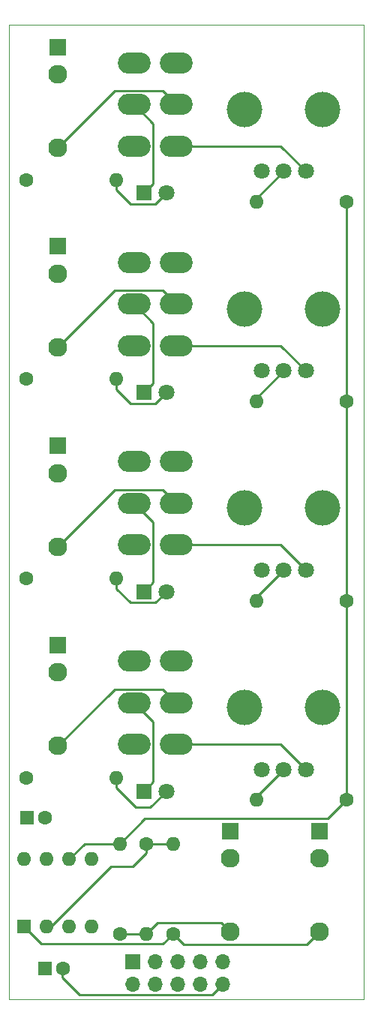
<source format=gtl>
G04 #@! TF.GenerationSoftware,KiCad,Pcbnew,(6.0.1)*
G04 #@! TF.CreationDate,2022-09-12T17:39:58+02:00*
G04 #@! TF.ProjectId,Basic-DC-mixer,42617369-632d-4444-932d-6d697865722e,rev?*
G04 #@! TF.SameCoordinates,Original*
G04 #@! TF.FileFunction,Copper,L1,Top*
G04 #@! TF.FilePolarity,Positive*
%FSLAX46Y46*%
G04 Gerber Fmt 4.6, Leading zero omitted, Abs format (unit mm)*
G04 Created by KiCad (PCBNEW (6.0.1)) date 2022-09-12 17:39:58*
%MOMM*%
%LPD*%
G01*
G04 APERTURE LIST*
G04 #@! TA.AperFunction,Profile*
%ADD10C,0.050000*%
G04 #@! TD*
G04 #@! TA.AperFunction,WasherPad*
%ADD11C,4.000000*%
G04 #@! TD*
G04 #@! TA.AperFunction,ComponentPad*
%ADD12C,1.800000*%
G04 #@! TD*
G04 #@! TA.AperFunction,ComponentPad*
%ADD13R,1.600000X1.600000*%
G04 #@! TD*
G04 #@! TA.AperFunction,ComponentPad*
%ADD14C,1.600000*%
G04 #@! TD*
G04 #@! TA.AperFunction,ComponentPad*
%ADD15O,3.700000X2.400000*%
G04 #@! TD*
G04 #@! TA.AperFunction,ComponentPad*
%ADD16O,1.600000X1.600000*%
G04 #@! TD*
G04 #@! TA.AperFunction,ComponentPad*
%ADD17R,1.800000X1.800000*%
G04 #@! TD*
G04 #@! TA.AperFunction,ComponentPad*
%ADD18R,1.930000X1.830000*%
G04 #@! TD*
G04 #@! TA.AperFunction,ComponentPad*
%ADD19C,2.130000*%
G04 #@! TD*
G04 #@! TA.AperFunction,ComponentPad*
%ADD20R,1.700000X1.700000*%
G04 #@! TD*
G04 #@! TA.AperFunction,ComponentPad*
%ADD21O,1.700000X1.700000*%
G04 #@! TD*
G04 #@! TA.AperFunction,Conductor*
%ADD22C,0.250000*%
G04 #@! TD*
G04 APERTURE END LIST*
D10*
X69999999Y-31000000D02*
X70000000Y-141000000D01*
X30000000Y-31000000D02*
X30000000Y-141000000D01*
X30000000Y-31000000D02*
X69999999Y-31000000D01*
X30000000Y-141000000D02*
X70000000Y-141000000D01*
D11*
X65400000Y-85550000D03*
X56600000Y-85550000D03*
D12*
X63500000Y-92550000D03*
X61000000Y-92550000D03*
X58500000Y-92550000D03*
D11*
X65400000Y-108050000D03*
X56600000Y-108050000D03*
D12*
X63500000Y-115050000D03*
X61000000Y-115050000D03*
X58500000Y-115050000D03*
D13*
X32044888Y-120500000D03*
D14*
X34044888Y-120500000D03*
D15*
X44100000Y-102800000D03*
X44100000Y-107500000D03*
X44100000Y-112200000D03*
X48900000Y-102800000D03*
X48900000Y-107500000D03*
X48900000Y-112200000D03*
D14*
X42500000Y-133580000D03*
D16*
X42500000Y-123420000D03*
D17*
X45225000Y-72500000D03*
D12*
X47765000Y-72500000D03*
D14*
X68080000Y-118500000D03*
D16*
X57920000Y-118500000D03*
D14*
X68080000Y-96000000D03*
D16*
X57920000Y-96000000D03*
D11*
X65400000Y-63050000D03*
X56600000Y-63050000D03*
D12*
X63500000Y-70050000D03*
X61000000Y-70050000D03*
X58500000Y-70050000D03*
D14*
X31920000Y-48500000D03*
D16*
X42080000Y-48500000D03*
D14*
X31920000Y-116000000D03*
D16*
X42080000Y-116000000D03*
D17*
X45225000Y-95000000D03*
D12*
X47765000Y-95000000D03*
D18*
X55000000Y-122000000D03*
D19*
X55000000Y-133400000D03*
X55000000Y-125100000D03*
D14*
X31920000Y-71000000D03*
D16*
X42080000Y-71000000D03*
D18*
X35500000Y-101000000D03*
D19*
X35500000Y-112400000D03*
X35500000Y-104100000D03*
D14*
X48500000Y-133580000D03*
D16*
X48500000Y-123420000D03*
D15*
X44100000Y-35300000D03*
X44100000Y-40000000D03*
X44100000Y-44700000D03*
X48900000Y-35300000D03*
X48900000Y-40000000D03*
X48900000Y-44700000D03*
D11*
X56600000Y-40550000D03*
X65400000Y-40550000D03*
D12*
X63500000Y-47550000D03*
X61000000Y-47550000D03*
X58500000Y-47550000D03*
D14*
X31920000Y-93500000D03*
D16*
X42080000Y-93500000D03*
D17*
X45225000Y-117500000D03*
D12*
X47765000Y-117500000D03*
D14*
X68080000Y-73500000D03*
D16*
X57920000Y-73500000D03*
D14*
X68080000Y-51000000D03*
D16*
X57920000Y-51000000D03*
D18*
X35500000Y-56000000D03*
D19*
X35500000Y-67400000D03*
X35500000Y-59100000D03*
D15*
X44100000Y-80300000D03*
X44100000Y-85000000D03*
X44100000Y-89700000D03*
X48900000Y-80300000D03*
X48900000Y-85000000D03*
X48900000Y-89700000D03*
X44100000Y-57800000D03*
X44100000Y-62500000D03*
X44100000Y-67200000D03*
X48900000Y-57800000D03*
X48900000Y-62500000D03*
X48900000Y-67200000D03*
D18*
X35500000Y-33500000D03*
D19*
X35500000Y-44900000D03*
X35500000Y-36600000D03*
D14*
X45500000Y-123420000D03*
D16*
X45500000Y-133580000D03*
D17*
X45225000Y-50000000D03*
D12*
X47765000Y-50000000D03*
D13*
X34044888Y-137500000D03*
D14*
X36044888Y-137500000D03*
D18*
X35500000Y-78500000D03*
D19*
X35500000Y-89900000D03*
X35500000Y-81600000D03*
D13*
X31700000Y-132800000D03*
D16*
X34240000Y-132800000D03*
X36780000Y-132800000D03*
X39320000Y-132800000D03*
X39320000Y-125180000D03*
X36780000Y-125180000D03*
X34240000Y-125180000D03*
X31700000Y-125180000D03*
D18*
X65000000Y-122000000D03*
D19*
X65000000Y-133400000D03*
X65000000Y-125100000D03*
D20*
X43925000Y-136725000D03*
D21*
X43925000Y-139265000D03*
X46465000Y-136725000D03*
X46465000Y-139265000D03*
X49005000Y-136725000D03*
X49005000Y-139265000D03*
X51545000Y-136725000D03*
X51545000Y-139265000D03*
X54085000Y-136725000D03*
X54085000Y-139265000D03*
D22*
X36000000Y-137544888D02*
X36044888Y-137500000D01*
X36000000Y-138500000D02*
X36000000Y-137544888D01*
X37939511Y-140439511D02*
X36000000Y-138500000D01*
X54085000Y-139265000D02*
X52910489Y-140439511D01*
X52910489Y-140439511D02*
X37939511Y-140439511D01*
X44100000Y-85000000D02*
X46274520Y-87174520D01*
X46274520Y-93950480D02*
X45225000Y-95000000D01*
X46274520Y-87174520D02*
X46274520Y-93950480D01*
X42080000Y-94631370D02*
X43673141Y-96224511D01*
X43673141Y-96224511D02*
X46540489Y-96224511D01*
X46540489Y-96224511D02*
X47765000Y-95000000D01*
X42080000Y-93500000D02*
X42080000Y-94631370D01*
X46745000Y-132335000D02*
X45500000Y-133580000D01*
X45500000Y-133580000D02*
X42500000Y-133580000D01*
X55000000Y-133400000D02*
X53935000Y-132335000D01*
X53935000Y-132335000D02*
X46745000Y-132335000D01*
X47375480Y-105975480D02*
X41924520Y-105975480D01*
X48900000Y-107500000D02*
X47375480Y-105975480D01*
X41924520Y-105975480D02*
X35500000Y-112400000D01*
X68080000Y-73500000D02*
X68080000Y-96000000D01*
X68080000Y-118500000D02*
X66000000Y-120580000D01*
X68080000Y-51000000D02*
X68080000Y-73500000D01*
X68080000Y-96000000D02*
X68080000Y-118500000D01*
X36780000Y-125180000D02*
X38540000Y-123420000D01*
X38540000Y-123420000D02*
X42500000Y-123420000D01*
X45340000Y-120580000D02*
X42500000Y-123420000D01*
X66000000Y-120580000D02*
X45340000Y-120580000D01*
X61000000Y-47550000D02*
X57920000Y-50630000D01*
X57920000Y-50630000D02*
X57920000Y-51000000D01*
X57920000Y-73130000D02*
X57920000Y-73500000D01*
X61000000Y-70050000D02*
X57920000Y-73130000D01*
X44000000Y-126000000D02*
X45500000Y-124500000D01*
X45500000Y-124500000D02*
X45500000Y-123420000D01*
X34240000Y-132800000D02*
X34710300Y-132800000D01*
X41510300Y-126000000D02*
X44000000Y-126000000D01*
X48500000Y-123420000D02*
X45500000Y-123420000D01*
X34710300Y-132800000D02*
X41510300Y-126000000D01*
X57920000Y-95630000D02*
X57920000Y-96000000D01*
X61000000Y-92550000D02*
X57920000Y-95630000D01*
X61000000Y-115050000D02*
X57920000Y-118130000D01*
X57920000Y-118130000D02*
X57920000Y-118500000D01*
X46274520Y-42174520D02*
X44100000Y-40000000D01*
X45225000Y-50000000D02*
X46274520Y-48950480D01*
X46274520Y-48950480D02*
X46274520Y-42174520D01*
X42080000Y-48500000D02*
X42080000Y-49631370D01*
X43673141Y-51224511D02*
X46540489Y-51224511D01*
X42080000Y-49631370D02*
X43673141Y-51224511D01*
X46540489Y-51224511D02*
X47765000Y-50000000D01*
X46274520Y-71450480D02*
X46274520Y-64674520D01*
X45225000Y-72500000D02*
X46274520Y-71450480D01*
X46274520Y-64674520D02*
X44100000Y-62500000D01*
X46540489Y-73724511D02*
X43673141Y-73724511D01*
X47765000Y-72500000D02*
X46540489Y-73724511D01*
X43673141Y-73724511D02*
X42080000Y-72131370D01*
X42080000Y-72131370D02*
X42080000Y-71000000D01*
X46274520Y-116450480D02*
X45225000Y-117500000D01*
X44100000Y-107500000D02*
X46274520Y-109674520D01*
X46274520Y-109674520D02*
X46274520Y-116450480D01*
X48900000Y-40000000D02*
X47375480Y-38475480D01*
X47375480Y-38475480D02*
X41924520Y-38475480D01*
X41924520Y-38475480D02*
X35500000Y-44900000D01*
X48900000Y-62500000D02*
X47375480Y-60975480D01*
X47375480Y-60975480D02*
X41924520Y-60975480D01*
X41924520Y-60975480D02*
X35500000Y-67400000D01*
X63610489Y-134789511D02*
X49709511Y-134789511D01*
X65000000Y-133400000D02*
X63610489Y-134789511D01*
X33604511Y-134704511D02*
X31700000Y-132800000D01*
X49709511Y-134789511D02*
X48500000Y-133580000D01*
X47375489Y-134704511D02*
X33604511Y-134704511D01*
X48500000Y-133580000D02*
X47375489Y-134704511D01*
X48900000Y-85000000D02*
X47375480Y-83475480D01*
X47375480Y-83475480D02*
X41924520Y-83475480D01*
X41924520Y-83475480D02*
X35500000Y-89900000D01*
X42080000Y-116000000D02*
X42080000Y-117131370D01*
X42080000Y-117131370D02*
X44266224Y-119317594D01*
X44266224Y-119317594D02*
X45947406Y-119317594D01*
X45947406Y-119317594D02*
X47765000Y-117500000D01*
X63500000Y-47550000D02*
X60650000Y-44700000D01*
X60650000Y-44700000D02*
X48900000Y-44700000D01*
X48900000Y-67200000D02*
X60650000Y-67200000D01*
X60650000Y-67200000D02*
X63500000Y-70050000D01*
X60650000Y-89700000D02*
X48900000Y-89700000D01*
X63500000Y-92550000D02*
X60650000Y-89700000D01*
X63500000Y-115050000D02*
X60650000Y-112200000D01*
X60650000Y-112200000D02*
X48900000Y-112200000D01*
M02*

</source>
